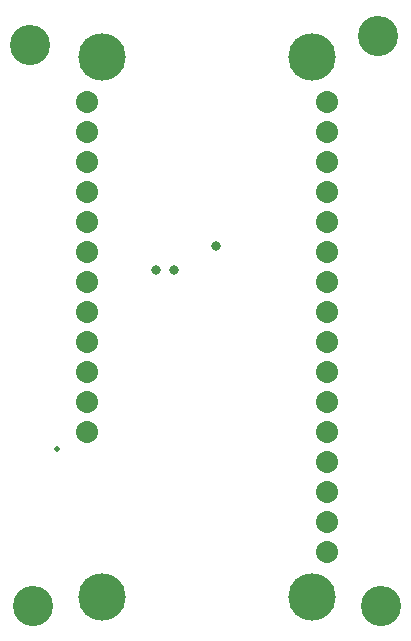
<source format=gbs>
G04*
G04 #@! TF.GenerationSoftware,Altium Limited,Altium Designer,21.8.1 (53)*
G04*
G04 Layer_Color=16711935*
%FSLAX25Y25*%
%MOIN*%
G70*
G04*
G04 #@! TF.SameCoordinates,E365CCBF-B7D7-418C-B8C5-68AE61ABE827*
G04*
G04*
G04 #@! TF.FilePolarity,Negative*
G04*
G01*
G75*
%ADD23C,0.15800*%
%ADD24C,0.07355*%
%ADD25C,0.03200*%
%ADD26C,0.13398*%
%ADD32C,0.02000*%
D23*
X135000Y295000D02*
D03*
X205000D02*
D03*
X135000Y115000D02*
D03*
X205000D02*
D03*
D24*
X210000Y130000D02*
D03*
Y140000D02*
D03*
Y150000D02*
D03*
Y160000D02*
D03*
Y170000D02*
D03*
Y180000D02*
D03*
Y190000D02*
D03*
Y200000D02*
D03*
Y210000D02*
D03*
Y220000D02*
D03*
Y230000D02*
D03*
Y240000D02*
D03*
Y250000D02*
D03*
Y260000D02*
D03*
Y270000D02*
D03*
Y280000D02*
D03*
X130000D02*
D03*
Y270000D02*
D03*
Y260000D02*
D03*
Y250000D02*
D03*
Y240000D02*
D03*
Y230000D02*
D03*
Y220000D02*
D03*
Y210000D02*
D03*
Y200000D02*
D03*
Y190000D02*
D03*
Y180000D02*
D03*
Y170000D02*
D03*
D25*
X173000Y232000D02*
D03*
X153000Y224000D02*
D03*
X159000D02*
D03*
D26*
X112000Y112000D02*
D03*
X111000Y299000D02*
D03*
X228000Y112000D02*
D03*
X227000Y302000D02*
D03*
D32*
X119941Y164164D02*
D03*
M02*

</source>
